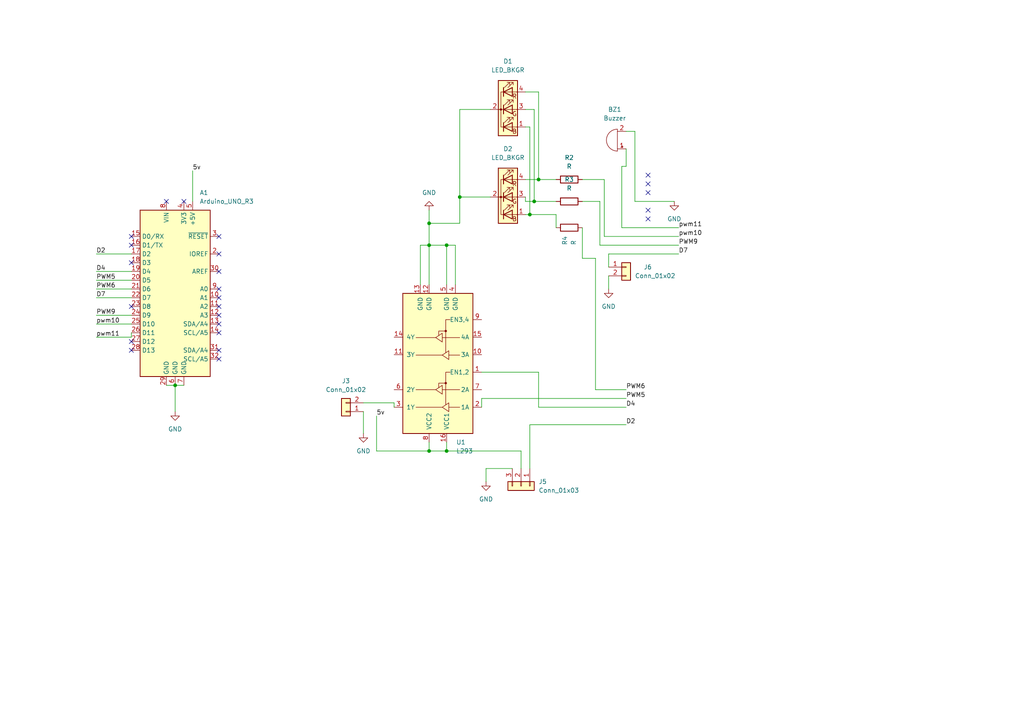
<source format=kicad_sch>
(kicad_sch (version 20211123) (generator eeschema)

  (uuid 45faa4b6-6e0b-40c5-add5-d856cae8e335)

  (paper "A4")

  (lib_symbols
    (symbol "Connector_Generic:Conn_01x02" (pin_names (offset 1.016) hide) (in_bom yes) (on_board yes)
      (property "Reference" "J" (id 0) (at 0 2.54 0)
        (effects (font (size 1.27 1.27)))
      )
      (property "Value" "Conn_01x02" (id 1) (at 0 -5.08 0)
        (effects (font (size 1.27 1.27)))
      )
      (property "Footprint" "" (id 2) (at 0 0 0)
        (effects (font (size 1.27 1.27)) hide)
      )
      (property "Datasheet" "~" (id 3) (at 0 0 0)
        (effects (font (size 1.27 1.27)) hide)
      )
      (property "ki_keywords" "connector" (id 4) (at 0 0 0)
        (effects (font (size 1.27 1.27)) hide)
      )
      (property "ki_description" "Generic connector, single row, 01x02, script generated (kicad-library-utils/schlib/autogen/connector/)" (id 5) (at 0 0 0)
        (effects (font (size 1.27 1.27)) hide)
      )
      (property "ki_fp_filters" "Connector*:*_1x??_*" (id 6) (at 0 0 0)
        (effects (font (size 1.27 1.27)) hide)
      )
      (symbol "Conn_01x02_1_1"
        (rectangle (start -1.27 -2.413) (end 0 -2.667)
          (stroke (width 0.1524) (type default) (color 0 0 0 0))
          (fill (type none))
        )
        (rectangle (start -1.27 0.127) (end 0 -0.127)
          (stroke (width 0.1524) (type default) (color 0 0 0 0))
          (fill (type none))
        )
        (rectangle (start -1.27 1.27) (end 1.27 -3.81)
          (stroke (width 0.254) (type default) (color 0 0 0 0))
          (fill (type background))
        )
        (pin passive line (at -5.08 0 0) (length 3.81)
          (name "Pin_1" (effects (font (size 1.27 1.27))))
          (number "1" (effects (font (size 1.27 1.27))))
        )
        (pin passive line (at -5.08 -2.54 0) (length 3.81)
          (name "Pin_2" (effects (font (size 1.27 1.27))))
          (number "2" (effects (font (size 1.27 1.27))))
        )
      )
    )
    (symbol "Connector_Generic:Conn_01x03" (pin_names (offset 1.016) hide) (in_bom yes) (on_board yes)
      (property "Reference" "J" (id 0) (at 0 5.08 0)
        (effects (font (size 1.27 1.27)))
      )
      (property "Value" "Conn_01x03" (id 1) (at 0 -5.08 0)
        (effects (font (size 1.27 1.27)))
      )
      (property "Footprint" "" (id 2) (at 0 0 0)
        (effects (font (size 1.27 1.27)) hide)
      )
      (property "Datasheet" "~" (id 3) (at 0 0 0)
        (effects (font (size 1.27 1.27)) hide)
      )
      (property "ki_keywords" "connector" (id 4) (at 0 0 0)
        (effects (font (size 1.27 1.27)) hide)
      )
      (property "ki_description" "Generic connector, single row, 01x03, script generated (kicad-library-utils/schlib/autogen/connector/)" (id 5) (at 0 0 0)
        (effects (font (size 1.27 1.27)) hide)
      )
      (property "ki_fp_filters" "Connector*:*_1x??_*" (id 6) (at 0 0 0)
        (effects (font (size 1.27 1.27)) hide)
      )
      (symbol "Conn_01x03_1_1"
        (rectangle (start -1.27 -2.413) (end 0 -2.667)
          (stroke (width 0.1524) (type default) (color 0 0 0 0))
          (fill (type none))
        )
        (rectangle (start -1.27 0.127) (end 0 -0.127)
          (stroke (width 0.1524) (type default) (color 0 0 0 0))
          (fill (type none))
        )
        (rectangle (start -1.27 2.667) (end 0 2.413)
          (stroke (width 0.1524) (type default) (color 0 0 0 0))
          (fill (type none))
        )
        (rectangle (start -1.27 3.81) (end 1.27 -3.81)
          (stroke (width 0.254) (type default) (color 0 0 0 0))
          (fill (type background))
        )
        (pin passive line (at -5.08 2.54 0) (length 3.81)
          (name "Pin_1" (effects (font (size 1.27 1.27))))
          (number "1" (effects (font (size 1.27 1.27))))
        )
        (pin passive line (at -5.08 0 0) (length 3.81)
          (name "Pin_2" (effects (font (size 1.27 1.27))))
          (number "2" (effects (font (size 1.27 1.27))))
        )
        (pin passive line (at -5.08 -2.54 0) (length 3.81)
          (name "Pin_3" (effects (font (size 1.27 1.27))))
          (number "3" (effects (font (size 1.27 1.27))))
        )
      )
    )
    (symbol "Device:Buzzer" (pin_names (offset 0.0254) hide) (in_bom yes) (on_board yes)
      (property "Reference" "BZ" (id 0) (at 3.81 1.27 0)
        (effects (font (size 1.27 1.27)) (justify left))
      )
      (property "Value" "Buzzer" (id 1) (at 3.81 -1.27 0)
        (effects (font (size 1.27 1.27)) (justify left))
      )
      (property "Footprint" "" (id 2) (at -0.635 2.54 90)
        (effects (font (size 1.27 1.27)) hide)
      )
      (property "Datasheet" "~" (id 3) (at -0.635 2.54 90)
        (effects (font (size 1.27 1.27)) hide)
      )
      (property "ki_keywords" "quartz resonator ceramic" (id 4) (at 0 0 0)
        (effects (font (size 1.27 1.27)) hide)
      )
      (property "ki_description" "Buzzer, polarized" (id 5) (at 0 0 0)
        (effects (font (size 1.27 1.27)) hide)
      )
      (property "ki_fp_filters" "*Buzzer*" (id 6) (at 0 0 0)
        (effects (font (size 1.27 1.27)) hide)
      )
      (symbol "Buzzer_0_1"
        (arc (start 0 -3.175) (mid 3.175 0) (end 0 3.175)
          (stroke (width 0) (type default) (color 0 0 0 0))
          (fill (type none))
        )
        (polyline
          (pts
            (xy -1.651 1.905)
            (xy -1.143 1.905)
          )
          (stroke (width 0) (type default) (color 0 0 0 0))
          (fill (type none))
        )
        (polyline
          (pts
            (xy -1.397 2.159)
            (xy -1.397 1.651)
          )
          (stroke (width 0) (type default) (color 0 0 0 0))
          (fill (type none))
        )
        (polyline
          (pts
            (xy 0 3.175)
            (xy 0 -3.175)
          )
          (stroke (width 0) (type default) (color 0 0 0 0))
          (fill (type none))
        )
      )
      (symbol "Buzzer_1_1"
        (pin passive line (at -2.54 2.54 0) (length 2.54)
          (name "-" (effects (font (size 1.27 1.27))))
          (number "1" (effects (font (size 1.27 1.27))))
        )
        (pin passive line (at -2.54 -2.54 0) (length 2.54)
          (name "+" (effects (font (size 1.27 1.27))))
          (number "2" (effects (font (size 1.27 1.27))))
        )
      )
    )
    (symbol "Device:LED_BKGR" (pin_names (offset 0) hide) (in_bom yes) (on_board yes)
      (property "Reference" "D" (id 0) (at 0 9.398 0)
        (effects (font (size 1.27 1.27)))
      )
      (property "Value" "LED_BKGR" (id 1) (at 0 -8.89 0)
        (effects (font (size 1.27 1.27)))
      )
      (property "Footprint" "" (id 2) (at 0 -1.27 0)
        (effects (font (size 1.27 1.27)) hide)
      )
      (property "Datasheet" "~" (id 3) (at 0 -1.27 0)
        (effects (font (size 1.27 1.27)) hide)
      )
      (property "ki_keywords" "LED RGB diode" (id 4) (at 0 0 0)
        (effects (font (size 1.27 1.27)) hide)
      )
      (property "ki_description" "RGB LED, blue/cathode/green/red" (id 5) (at 0 0 0)
        (effects (font (size 1.27 1.27)) hide)
      )
      (property "ki_fp_filters" "LED* LED_SMD:* LED_THT:*" (id 6) (at 0 0 0)
        (effects (font (size 1.27 1.27)) hide)
      )
      (symbol "LED_BKGR_0_0"
        (text "B" (at 1.905 -6.35 0)
          (effects (font (size 1.27 1.27)))
        )
        (text "G" (at 1.905 -1.27 0)
          (effects (font (size 1.27 1.27)))
        )
        (text "R" (at 1.905 3.81 0)
          (effects (font (size 1.27 1.27)))
        )
      )
      (symbol "LED_BKGR_0_1"
        (circle (center -2.032 0) (radius 0.254)
          (stroke (width 0) (type default) (color 0 0 0 0))
          (fill (type outline))
        )
        (polyline
          (pts
            (xy -1.27 -5.08)
            (xy 1.27 -5.08)
          )
          (stroke (width 0) (type default) (color 0 0 0 0))
          (fill (type none))
        )
        (polyline
          (pts
            (xy -1.27 -3.81)
            (xy -1.27 -6.35)
          )
          (stroke (width 0.254) (type default) (color 0 0 0 0))
          (fill (type none))
        )
        (polyline
          (pts
            (xy -1.27 0)
            (xy -2.54 0)
          )
          (stroke (width 0) (type default) (color 0 0 0 0))
          (fill (type none))
        )
        (polyline
          (pts
            (xy -1.27 1.27)
            (xy -1.27 -1.27)
          )
          (stroke (width 0.254) (type default) (color 0 0 0 0))
          (fill (type none))
        )
        (polyline
          (pts
            (xy -1.27 5.08)
            (xy 1.27 5.08)
          )
          (stroke (width 0) (type default) (color 0 0 0 0))
          (fill (type none))
        )
        (polyline
          (pts
            (xy -1.27 6.35)
            (xy -1.27 3.81)
          )
          (stroke (width 0.254) (type default) (color 0 0 0 0))
          (fill (type none))
        )
        (polyline
          (pts
            (xy 1.27 -5.08)
            (xy 2.54 -5.08)
          )
          (stroke (width 0) (type default) (color 0 0 0 0))
          (fill (type none))
        )
        (polyline
          (pts
            (xy 1.27 0)
            (xy -1.27 0)
          )
          (stroke (width 0) (type default) (color 0 0 0 0))
          (fill (type none))
        )
        (polyline
          (pts
            (xy 1.27 0)
            (xy 2.54 0)
          )
          (stroke (width 0) (type default) (color 0 0 0 0))
          (fill (type none))
        )
        (polyline
          (pts
            (xy 1.27 5.08)
            (xy 2.54 5.08)
          )
          (stroke (width 0) (type default) (color 0 0 0 0))
          (fill (type none))
        )
        (polyline
          (pts
            (xy -1.27 1.27)
            (xy -1.27 -1.27)
            (xy -1.27 -1.27)
          )
          (stroke (width 0) (type default) (color 0 0 0 0))
          (fill (type none))
        )
        (polyline
          (pts
            (xy -1.27 6.35)
            (xy -1.27 3.81)
            (xy -1.27 3.81)
          )
          (stroke (width 0) (type default) (color 0 0 0 0))
          (fill (type none))
        )
        (polyline
          (pts
            (xy -1.27 5.08)
            (xy -2.032 5.08)
            (xy -2.032 -5.08)
            (xy -1.016 -5.08)
          )
          (stroke (width 0) (type default) (color 0 0 0 0))
          (fill (type none))
        )
        (polyline
          (pts
            (xy 1.27 -3.81)
            (xy 1.27 -6.35)
            (xy -1.27 -5.08)
            (xy 1.27 -3.81)
          )
          (stroke (width 0.254) (type default) (color 0 0 0 0))
          (fill (type none))
        )
        (polyline
          (pts
            (xy 1.27 1.27)
            (xy 1.27 -1.27)
            (xy -1.27 0)
            (xy 1.27 1.27)
          )
          (stroke (width 0.254) (type default) (color 0 0 0 0))
          (fill (type none))
        )
        (polyline
          (pts
            (xy 1.27 6.35)
            (xy 1.27 3.81)
            (xy -1.27 5.08)
            (xy 1.27 6.35)
          )
          (stroke (width 0.254) (type default) (color 0 0 0 0))
          (fill (type none))
        )
        (polyline
          (pts
            (xy -1.016 -3.81)
            (xy 0.508 -2.286)
            (xy -0.254 -2.286)
            (xy 0.508 -2.286)
            (xy 0.508 -3.048)
          )
          (stroke (width 0) (type default) (color 0 0 0 0))
          (fill (type none))
        )
        (polyline
          (pts
            (xy -1.016 1.27)
            (xy 0.508 2.794)
            (xy -0.254 2.794)
            (xy 0.508 2.794)
            (xy 0.508 2.032)
          )
          (stroke (width 0) (type default) (color 0 0 0 0))
          (fill (type none))
        )
        (polyline
          (pts
            (xy -1.016 6.35)
            (xy 0.508 7.874)
            (xy -0.254 7.874)
            (xy 0.508 7.874)
            (xy 0.508 7.112)
          )
          (stroke (width 0) (type default) (color 0 0 0 0))
          (fill (type none))
        )
        (polyline
          (pts
            (xy 0 -3.81)
            (xy 1.524 -2.286)
            (xy 0.762 -2.286)
            (xy 1.524 -2.286)
            (xy 1.524 -3.048)
          )
          (stroke (width 0) (type default) (color 0 0 0 0))
          (fill (type none))
        )
        (polyline
          (pts
            (xy 0 1.27)
            (xy 1.524 2.794)
            (xy 0.762 2.794)
            (xy 1.524 2.794)
            (xy 1.524 2.032)
          )
          (stroke (width 0) (type default) (color 0 0 0 0))
          (fill (type none))
        )
        (polyline
          (pts
            (xy 0 6.35)
            (xy 1.524 7.874)
            (xy 0.762 7.874)
            (xy 1.524 7.874)
            (xy 1.524 7.112)
          )
          (stroke (width 0) (type default) (color 0 0 0 0))
          (fill (type none))
        )
        (rectangle (start 1.27 -1.27) (end 1.27 1.27)
          (stroke (width 0) (type default) (color 0 0 0 0))
          (fill (type none))
        )
        (rectangle (start 1.27 1.27) (end 1.27 1.27)
          (stroke (width 0) (type default) (color 0 0 0 0))
          (fill (type none))
        )
        (rectangle (start 1.27 3.81) (end 1.27 6.35)
          (stroke (width 0) (type default) (color 0 0 0 0))
          (fill (type none))
        )
        (rectangle (start 1.27 6.35) (end 1.27 6.35)
          (stroke (width 0) (type default) (color 0 0 0 0))
          (fill (type none))
        )
        (rectangle (start 2.794 8.382) (end -2.794 -7.62)
          (stroke (width 0.254) (type default) (color 0 0 0 0))
          (fill (type background))
        )
      )
      (symbol "LED_BKGR_1_1"
        (pin passive line (at 5.08 -5.08 180) (length 2.54)
          (name "BA" (effects (font (size 1.27 1.27))))
          (number "1" (effects (font (size 1.27 1.27))))
        )
        (pin passive line (at -5.08 0 0) (length 2.54)
          (name "K" (effects (font (size 1.27 1.27))))
          (number "2" (effects (font (size 1.27 1.27))))
        )
        (pin passive line (at 5.08 0 180) (length 2.54)
          (name "GA" (effects (font (size 1.27 1.27))))
          (number "3" (effects (font (size 1.27 1.27))))
        )
        (pin passive line (at 5.08 5.08 180) (length 2.54)
          (name "RA" (effects (font (size 1.27 1.27))))
          (number "4" (effects (font (size 1.27 1.27))))
        )
      )
    )
    (symbol "Device:R" (pin_numbers hide) (pin_names (offset 0)) (in_bom yes) (on_board yes)
      (property "Reference" "R" (id 0) (at 2.032 0 90)
        (effects (font (size 1.27 1.27)))
      )
      (property "Value" "R" (id 1) (at 0 0 90)
        (effects (font (size 1.27 1.27)))
      )
      (property "Footprint" "" (id 2) (at -1.778 0 90)
        (effects (font (size 1.27 1.27)) hide)
      )
      (property "Datasheet" "~" (id 3) (at 0 0 0)
        (effects (font (size 1.27 1.27)) hide)
      )
      (property "ki_keywords" "R res resistor" (id 4) (at 0 0 0)
        (effects (font (size 1.27 1.27)) hide)
      )
      (property "ki_description" "Resistor" (id 5) (at 0 0 0)
        (effects (font (size 1.27 1.27)) hide)
      )
      (property "ki_fp_filters" "R_*" (id 6) (at 0 0 0)
        (effects (font (size 1.27 1.27)) hide)
      )
      (symbol "R_0_1"
        (rectangle (start -1.016 -2.54) (end 1.016 2.54)
          (stroke (width 0.254) (type default) (color 0 0 0 0))
          (fill (type none))
        )
      )
      (symbol "R_1_1"
        (pin passive line (at 0 3.81 270) (length 1.27)
          (name "~" (effects (font (size 1.27 1.27))))
          (number "1" (effects (font (size 1.27 1.27))))
        )
        (pin passive line (at 0 -3.81 90) (length 1.27)
          (name "~" (effects (font (size 1.27 1.27))))
          (number "2" (effects (font (size 1.27 1.27))))
        )
      )
    )
    (symbol "Driver_Motor:L293" (pin_names (offset 1.016)) (in_bom yes) (on_board yes)
      (property "Reference" "U" (id 0) (at -5.08 26.035 0)
        (effects (font (size 1.27 1.27)) (justify right))
      )
      (property "Value" "L293" (id 1) (at -5.08 24.13 0)
        (effects (font (size 1.27 1.27)) (justify right))
      )
      (property "Footprint" "Package_DIP:DIP-16_W7.62mm" (id 2) (at 6.35 -19.05 0)
        (effects (font (size 1.27 1.27)) (justify left) hide)
      )
      (property "Datasheet" "http://www.ti.com/lit/ds/symlink/l293.pdf" (id 3) (at -7.62 17.78 0)
        (effects (font (size 1.27 1.27)) hide)
      )
      (property "ki_keywords" "Half-H Driver Motor" (id 4) (at 0 0 0)
        (effects (font (size 1.27 1.27)) hide)
      )
      (property "ki_description" "Quadruple Half-H Drivers" (id 5) (at 0 0 0)
        (effects (font (size 1.27 1.27)) hide)
      )
      (property "ki_fp_filters" "DIP*W7.62mm*" (id 6) (at 0 0 0)
        (effects (font (size 1.27 1.27)) hide)
      )
      (symbol "L293_0_1"
        (rectangle (start -10.16 22.86) (end 10.16 -17.78)
          (stroke (width 0.254) (type default) (color 0 0 0 0))
          (fill (type background))
        )
        (circle (center -2.286 -6.858) (radius 0.254)
          (stroke (width 0) (type default) (color 0 0 0 0))
          (fill (type outline))
        )
        (circle (center -2.286 8.255) (radius 0.254)
          (stroke (width 0) (type default) (color 0 0 0 0))
          (fill (type outline))
        )
        (polyline
          (pts
            (xy -6.35 -4.953)
            (xy -1.27 -4.953)
          )
          (stroke (width 0) (type default) (color 0 0 0 0))
          (fill (type none))
        )
        (polyline
          (pts
            (xy -6.35 0.127)
            (xy -3.175 0.127)
          )
          (stroke (width 0) (type default) (color 0 0 0 0))
          (fill (type none))
        )
        (polyline
          (pts
            (xy -6.35 10.16)
            (xy -1.27 10.16)
          )
          (stroke (width 0) (type default) (color 0 0 0 0))
          (fill (type none))
        )
        (polyline
          (pts
            (xy -6.35 15.24)
            (xy -3.175 15.24)
          )
          (stroke (width 0) (type default) (color 0 0 0 0))
          (fill (type none))
        )
        (polyline
          (pts
            (xy -1.27 0.127)
            (xy 6.35 0.127)
          )
          (stroke (width 0) (type default) (color 0 0 0 0))
          (fill (type none))
        )
        (polyline
          (pts
            (xy -1.27 15.24)
            (xy 6.35 15.24)
          )
          (stroke (width 0) (type default) (color 0 0 0 0))
          (fill (type none))
        )
        (polyline
          (pts
            (xy 0.635 -4.953)
            (xy 6.35 -4.953)
          )
          (stroke (width 0) (type default) (color 0 0 0 0))
          (fill (type none))
        )
        (polyline
          (pts
            (xy 0.635 10.16)
            (xy 6.35 10.16)
          )
          (stroke (width 0) (type default) (color 0 0 0 0))
          (fill (type none))
        )
        (polyline
          (pts
            (xy -2.286 -6.858)
            (xy -0.254 -6.858)
            (xy -0.254 -5.588)
          )
          (stroke (width 0) (type default) (color 0 0 0 0))
          (fill (type none))
        )
        (polyline
          (pts
            (xy -2.286 -0.635)
            (xy -2.286 -10.16)
            (xy -3.556 -10.16)
          )
          (stroke (width 0) (type default) (color 0 0 0 0))
          (fill (type none))
        )
        (polyline
          (pts
            (xy -2.286 8.255)
            (xy -0.254 8.255)
            (xy -0.254 9.525)
          )
          (stroke (width 0) (type default) (color 0 0 0 0))
          (fill (type none))
        )
        (polyline
          (pts
            (xy -2.286 14.478)
            (xy -2.286 5.08)
            (xy -3.556 5.08)
          )
          (stroke (width 0) (type default) (color 0 0 0 0))
          (fill (type none))
        )
        (polyline
          (pts
            (xy -3.175 1.397)
            (xy -3.175 -1.143)
            (xy -1.27 0.127)
            (xy -3.175 1.397)
          )
          (stroke (width 0) (type default) (color 0 0 0 0))
          (fill (type none))
        )
        (polyline
          (pts
            (xy -3.175 16.51)
            (xy -3.175 13.97)
            (xy -1.27 15.24)
            (xy -3.175 16.51)
          )
          (stroke (width 0) (type default) (color 0 0 0 0))
          (fill (type none))
        )
        (polyline
          (pts
            (xy -1.27 -3.683)
            (xy -1.27 -6.223)
            (xy 0.635 -4.953)
            (xy -1.27 -3.683)
          )
          (stroke (width 0) (type default) (color 0 0 0 0))
          (fill (type none))
        )
        (polyline
          (pts
            (xy -1.27 11.43)
            (xy -1.27 8.89)
            (xy 0.635 10.16)
            (xy -1.27 11.43)
          )
          (stroke (width 0) (type default) (color 0 0 0 0))
          (fill (type none))
        )
      )
      (symbol "L293_1_1"
        (pin input line (at -12.7 5.08 0) (length 2.54)
          (name "EN1,2" (effects (font (size 1.27 1.27))))
          (number "1" (effects (font (size 1.27 1.27))))
        )
        (pin input line (at -12.7 0 0) (length 2.54)
          (name "3A" (effects (font (size 1.27 1.27))))
          (number "10" (effects (font (size 1.27 1.27))))
        )
        (pin output line (at 12.7 0 180) (length 2.54)
          (name "3Y" (effects (font (size 1.27 1.27))))
          (number "11" (effects (font (size 1.27 1.27))))
        )
        (pin power_in line (at 2.54 -20.32 90) (length 2.54)
          (name "GND" (effects (font (size 1.27 1.27))))
          (number "12" (effects (font (size 1.27 1.27))))
        )
        (pin power_in line (at 5.08 -20.32 90) (length 2.54)
          (name "GND" (effects (font (size 1.27 1.27))))
          (number "13" (effects (font (size 1.27 1.27))))
        )
        (pin output line (at 12.7 -5.08 180) (length 2.54)
          (name "4Y" (effects (font (size 1.27 1.27))))
          (number "14" (effects (font (size 1.27 1.27))))
        )
        (pin input line (at -12.7 -5.08 0) (length 2.54)
          (name "4A" (effects (font (size 1.27 1.27))))
          (number "15" (effects (font (size 1.27 1.27))))
        )
        (pin power_in line (at -2.54 25.4 270) (length 2.54)
          (name "VCC1" (effects (font (size 1.27 1.27))))
          (number "16" (effects (font (size 1.27 1.27))))
        )
        (pin input line (at -12.7 15.24 0) (length 2.54)
          (name "1A" (effects (font (size 1.27 1.27))))
          (number "2" (effects (font (size 1.27 1.27))))
        )
        (pin output line (at 12.7 15.24 180) (length 2.54)
          (name "1Y" (effects (font (size 1.27 1.27))))
          (number "3" (effects (font (size 1.27 1.27))))
        )
        (pin power_in line (at -5.08 -20.32 90) (length 2.54)
          (name "GND" (effects (font (size 1.27 1.27))))
          (number "4" (effects (font (size 1.27 1.27))))
        )
        (pin power_in line (at -2.54 -20.32 90) (length 2.54)
          (name "GND" (effects (font (size 1.27 1.27))))
          (number "5" (effects (font (size 1.27 1.27))))
        )
        (pin output line (at 12.7 10.16 180) (length 2.54)
          (name "2Y" (effects (font (size 1.27 1.27))))
          (number "6" (effects (font (size 1.27 1.27))))
        )
        (pin input line (at -12.7 10.16 0) (length 2.54)
          (name "2A" (effects (font (size 1.27 1.27))))
          (number "7" (effects (font (size 1.27 1.27))))
        )
        (pin power_in line (at 2.54 25.4 270) (length 2.54)
          (name "VCC2" (effects (font (size 1.27 1.27))))
          (number "8" (effects (font (size 1.27 1.27))))
        )
        (pin input line (at -12.7 -10.16 0) (length 2.54)
          (name "EN3,4" (effects (font (size 1.27 1.27))))
          (number "9" (effects (font (size 1.27 1.27))))
        )
      )
    )
    (symbol "MCU_Module:Arduino_UNO_R3" (in_bom yes) (on_board yes)
      (property "Reference" "A" (id 0) (at -10.16 23.495 0)
        (effects (font (size 1.27 1.27)) (justify left bottom))
      )
      (property "Value" "Arduino_UNO_R3" (id 1) (at 5.08 -26.67 0)
        (effects (font (size 1.27 1.27)) (justify left top))
      )
      (property "Footprint" "Module:Arduino_UNO_R3" (id 2) (at 0 0 0)
        (effects (font (size 1.27 1.27) italic) hide)
      )
      (property "Datasheet" "https://www.arduino.cc/en/Main/arduinoBoardUno" (id 3) (at 0 0 0)
        (effects (font (size 1.27 1.27)) hide)
      )
      (property "ki_keywords" "Arduino UNO R3 Microcontroller Module Atmel AVR USB" (id 4) (at 0 0 0)
        (effects (font (size 1.27 1.27)) hide)
      )
      (property "ki_description" "Arduino UNO Microcontroller Module, release 3" (id 5) (at 0 0 0)
        (effects (font (size 1.27 1.27)) hide)
      )
      (property "ki_fp_filters" "Arduino*UNO*R3*" (id 6) (at 0 0 0)
        (effects (font (size 1.27 1.27)) hide)
      )
      (symbol "Arduino_UNO_R3_0_1"
        (rectangle (start -10.16 22.86) (end 10.16 -25.4)
          (stroke (width 0.254) (type default) (color 0 0 0 0))
          (fill (type background))
        )
      )
      (symbol "Arduino_UNO_R3_1_1"
        (pin no_connect line (at -10.16 -20.32 0) (length 2.54) hide
          (name "NC" (effects (font (size 1.27 1.27))))
          (number "1" (effects (font (size 1.27 1.27))))
        )
        (pin bidirectional line (at 12.7 -2.54 180) (length 2.54)
          (name "A1" (effects (font (size 1.27 1.27))))
          (number "10" (effects (font (size 1.27 1.27))))
        )
        (pin bidirectional line (at 12.7 -5.08 180) (length 2.54)
          (name "A2" (effects (font (size 1.27 1.27))))
          (number "11" (effects (font (size 1.27 1.27))))
        )
        (pin bidirectional line (at 12.7 -7.62 180) (length 2.54)
          (name "A3" (effects (font (size 1.27 1.27))))
          (number "12" (effects (font (size 1.27 1.27))))
        )
        (pin bidirectional line (at 12.7 -10.16 180) (length 2.54)
          (name "SDA/A4" (effects (font (size 1.27 1.27))))
          (number "13" (effects (font (size 1.27 1.27))))
        )
        (pin bidirectional line (at 12.7 -12.7 180) (length 2.54)
          (name "SCL/A5" (effects (font (size 1.27 1.27))))
          (number "14" (effects (font (size 1.27 1.27))))
        )
        (pin bidirectional line (at -12.7 15.24 0) (length 2.54)
          (name "D0/RX" (effects (font (size 1.27 1.27))))
          (number "15" (effects (font (size 1.27 1.27))))
        )
        (pin bidirectional line (at -12.7 12.7 0) (length 2.54)
          (name "D1/TX" (effects (font (size 1.27 1.27))))
          (number "16" (effects (font (size 1.27 1.27))))
        )
        (pin bidirectional line (at -12.7 10.16 0) (length 2.54)
          (name "D2" (effects (font (size 1.27 1.27))))
          (number "17" (effects (font (size 1.27 1.27))))
        )
        (pin bidirectional line (at -12.7 7.62 0) (length 2.54)
          (name "D3" (effects (font (size 1.27 1.27))))
          (number "18" (effects (font (size 1.27 1.27))))
        )
        (pin bidirectional line (at -12.7 5.08 0) (length 2.54)
          (name "D4" (effects (font (size 1.27 1.27))))
          (number "19" (effects (font (size 1.27 1.27))))
        )
        (pin output line (at 12.7 10.16 180) (length 2.54)
          (name "IOREF" (effects (font (size 1.27 1.27))))
          (number "2" (effects (font (size 1.27 1.27))))
        )
        (pin bidirectional line (at -12.7 2.54 0) (length 2.54)
          (name "D5" (effects (font (size 1.27 1.27))))
          (number "20" (effects (font (size 1.27 1.27))))
        )
        (pin bidirectional line (at -12.7 0 0) (length 2.54)
          (name "D6" (effects (font (size 1.27 1.27))))
          (number "21" (effects (font (size 1.27 1.27))))
        )
        (pin bidirectional line (at -12.7 -2.54 0) (length 2.54)
          (name "D7" (effects (font (size 1.27 1.27))))
          (number "22" (effects (font (size 1.27 1.27))))
        )
        (pin bidirectional line (at -12.7 -5.08 0) (length 2.54)
          (name "D8" (effects (font (size 1.27 1.27))))
          (number "23" (effects (font (size 1.27 1.27))))
        )
        (pin bidirectional line (at -12.7 -7.62 0) (length 2.54)
          (name "D9" (effects (font (size 1.27 1.27))))
          (number "24" (effects (font (size 1.27 1.27))))
        )
        (pin bidirectional line (at -12.7 -10.16 0) (length 2.54)
          (name "D10" (effects (font (size 1.27 1.27))))
          (number "25" (effects (font (size 1.27 1.27))))
        )
        (pin bidirectional line (at -12.7 -12.7 0) (length 2.54)
          (name "D11" (effects (font (size 1.27 1.27))))
          (number "26" (effects (font (size 1.27 1.27))))
        )
        (pin bidirectional line (at -12.7 -15.24 0) (length 2.54)
          (name "D12" (effects (font (size 1.27 1.27))))
          (number "27" (effects (font (size 1.27 1.27))))
        )
        (pin bidirectional line (at -12.7 -17.78 0) (length 2.54)
          (name "D13" (effects (font (size 1.27 1.27))))
          (number "28" (effects (font (size 1.27 1.27))))
        )
        (pin power_in line (at -2.54 -27.94 90) (length 2.54)
          (name "GND" (effects (font (size 1.27 1.27))))
          (number "29" (effects (font (size 1.27 1.27))))
        )
        (pin input line (at 12.7 15.24 180) (length 2.54)
          (name "~{RESET}" (effects (font (size 1.27 1.27))))
          (number "3" (effects (font (size 1.27 1.27))))
        )
        (pin input line (at 12.7 5.08 180) (length 2.54)
          (name "AREF" (effects (font (size 1.27 1.27))))
          (number "30" (effects (font (size 1.27 1.27))))
        )
        (pin bidirectional line (at 12.7 -17.78 180) (length 2.54)
          (name "SDA/A4" (effects (font (size 1.27 1.27))))
          (number "31" (effects (font (size 1.27 1.27))))
        )
        (pin bidirectional line (at 12.7 -20.32 180) (length 2.54)
          (name "SCL/A5" (effects (font (size 1.27 1.27))))
          (number "32" (effects (font (size 1.27 1.27))))
        )
        (pin power_out line (at 2.54 25.4 270) (length 2.54)
          (name "3V3" (effects (font (size 1.27 1.27))))
          (number "4" (effects (font (size 1.27 1.27))))
        )
        (pin power_out line (at 5.08 25.4 270) (length 2.54)
          (name "+5V" (effects (font (size 1.27 1.27))))
          (number "5" (effects (font (size 1.27 1.27))))
        )
        (pin power_in line (at 0 -27.94 90) (length 2.54)
          (name "GND" (effects (font (size 1.27 1.27))))
          (number "6" (effects (font (size 1.27 1.27))))
        )
        (pin power_in line (at 2.54 -27.94 90) (length 2.54)
          (name "GND" (effects (font (size 1.27 1.27))))
          (number "7" (effects (font (size 1.27 1.27))))
        )
        (pin power_in line (at -2.54 25.4 270) (length 2.54)
          (name "VIN" (effects (font (size 1.27 1.27))))
          (number "8" (effects (font (size 1.27 1.27))))
        )
        (pin bidirectional line (at 12.7 0 180) (length 2.54)
          (name "A0" (effects (font (size 1.27 1.27))))
          (number "9" (effects (font (size 1.27 1.27))))
        )
      )
    )
    (symbol "power:GND" (power) (pin_names (offset 0)) (in_bom yes) (on_board yes)
      (property "Reference" "#PWR" (id 0) (at 0 -6.35 0)
        (effects (font (size 1.27 1.27)) hide)
      )
      (property "Value" "GND" (id 1) (at 0 -3.81 0)
        (effects (font (size 1.27 1.27)))
      )
      (property "Footprint" "" (id 2) (at 0 0 0)
        (effects (font (size 1.27 1.27)) hide)
      )
      (property "Datasheet" "" (id 3) (at 0 0 0)
        (effects (font (size 1.27 1.27)) hide)
      )
      (property "ki_keywords" "power-flag" (id 4) (at 0 0 0)
        (effects (font (size 1.27 1.27)) hide)
      )
      (property "ki_description" "Power symbol creates a global label with name \"GND\" , ground" (id 5) (at 0 0 0)
        (effects (font (size 1.27 1.27)) hide)
      )
      (symbol "GND_0_1"
        (polyline
          (pts
            (xy 0 0)
            (xy 0 -1.27)
            (xy 1.27 -1.27)
            (xy 0 -2.54)
            (xy -1.27 -1.27)
            (xy 0 -1.27)
          )
          (stroke (width 0) (type default) (color 0 0 0 0))
          (fill (type none))
        )
      )
      (symbol "GND_1_1"
        (pin power_in line (at 0 0 270) (length 0) hide
          (name "GND" (effects (font (size 1.27 1.27))))
          (number "1" (effects (font (size 1.27 1.27))))
        )
      )
    )
  )

  (junction (at 129.54 130.81) (diameter 0) (color 0 0 0 0)
    (uuid 0f36165e-dec1-4aa7-b24a-098c24b5ec28)
  )
  (junction (at 50.8 111.76) (diameter 0) (color 0 0 0 0)
    (uuid 2ca009a4-d295-46ab-ae11-060f1e777258)
  )
  (junction (at 124.46 64.77) (diameter 0) (color 0 0 0 0)
    (uuid 4c7fde9a-f45a-47d4-91d9-25029d9c2b9e)
  )
  (junction (at 156.21 52.07) (diameter 0) (color 0 0 0 0)
    (uuid 61e9f312-ee02-4595-8e62-0d3911238b94)
  )
  (junction (at 124.46 71.12) (diameter 0) (color 0 0 0 0)
    (uuid 82eac788-9924-4675-8714-23beba5051ad)
  )
  (junction (at 154.94 58.42) (diameter 0) (color 0 0 0 0)
    (uuid 870a1c5a-d76a-49f1-829e-e3cb0d8c9797)
  )
  (junction (at 153.67 62.23) (diameter 0) (color 0 0 0 0)
    (uuid 898ab49f-b3d5-42a4-b47b-9defcdff04b7)
  )
  (junction (at 133.35 57.15) (diameter 0) (color 0 0 0 0)
    (uuid 9212dd12-c6a0-4822-9132-e2c13edf350e)
  )
  (junction (at 124.46 130.81) (diameter 0) (color 0 0 0 0)
    (uuid bee447cf-f361-4fa9-b722-ac96378ef0d1)
  )
  (junction (at 129.54 71.12) (diameter 0) (color 0 0 0 0)
    (uuid c5870f30-279b-4568-a5f5-09daa42be393)
  )

  (no_connect (at 63.5 73.66) (uuid 025be132-6819-4c3c-a36d-f88d27aa0e0d))
  (no_connect (at 38.1 99.06) (uuid 043b45de-5dfa-49a8-8c9c-3875d80769cc))
  (no_connect (at 187.96 63.5) (uuid 15c122bc-14e3-4a06-84eb-3a999a9a61bb))
  (no_connect (at 63.5 96.52) (uuid 169eb61f-e3a9-4246-97cc-0515a9d62df9))
  (no_connect (at 38.1 76.2) (uuid 16a6c184-8910-4240-a0d2-f393f0dc3434))
  (no_connect (at 53.34 58.42) (uuid 17f41216-6e5f-47f8-8ad3-ab209c419128))
  (no_connect (at 38.1 88.9) (uuid 1c0f10ca-e69f-45d5-a651-ba368ceb60a2))
  (no_connect (at 63.5 88.9) (uuid 1e6dc6db-ecde-4ca4-b94a-3c1dedec4b0f))
  (no_connect (at 63.5 93.98) (uuid 229094b7-6dc5-43dd-8afb-06383c4b05a9))
  (no_connect (at 63.5 68.58) (uuid 2858be6b-c1be-44fd-b255-ef745a302c40))
  (no_connect (at 187.96 55.88) (uuid 2bbe9741-e805-422e-b3c0-809d02a7ff02))
  (no_connect (at 187.96 60.96) (uuid 3721e3f2-8d39-4523-8dbd-f8e879054ab4))
  (no_connect (at 63.5 104.14) (uuid 3c90c58a-0c3d-4d27-bc58-56da5cb961f7))
  (no_connect (at 63.5 83.82) (uuid 52fa6bd6-4e8f-47f3-abba-7c8aeaa16097))
  (no_connect (at 187.96 50.8) (uuid 590c781c-9572-435b-a98f-e9f30a0a5c15))
  (no_connect (at 63.5 101.6) (uuid 6d4ba3d6-dbb4-483b-9ce6-f8df4065ea89))
  (no_connect (at 63.5 91.44) (uuid 83b0d704-6afb-4820-ab46-919235687f45))
  (no_connect (at 38.1 71.12) (uuid 8f36f4b5-0b8c-4e92-8d12-1b6170d9da2d))
  (no_connect (at 38.1 68.58) (uuid 9312ef5e-70df-45e3-a20b-c99da6909159))
  (no_connect (at 187.96 53.34) (uuid 9bf4207c-5401-4bd4-ad7a-1d2081d9c01f))
  (no_connect (at 63.5 78.74) (uuid b345e789-b8fe-47e9-add5-af27cd30f7c8))
  (no_connect (at 63.5 86.36) (uuid c3fb5379-ae66-4dea-b067-51e077a45eda))
  (no_connect (at 38.1 101.6) (uuid caa48cd9-2feb-4994-8282-d0580f8f6382))
  (no_connect (at 48.26 58.42) (uuid f60b6f78-77ac-4873-b345-68e542823485))

  (wire (pts (xy 175.26 68.58) (xy 196.85 68.58))
    (stroke (width 0) (type default) (color 0 0 0 0))
    (uuid 01b4d2ca-1a2c-463d-aa3d-4fdc280f4c03)
  )
  (wire (pts (xy 114.3 116.84) (xy 114.3 118.11))
    (stroke (width 0) (type default) (color 0 0 0 0))
    (uuid 0b16ae32-9cf6-4fad-863f-1a1ef3fc1c50)
  )
  (wire (pts (xy 153.67 123.19) (xy 153.67 135.89))
    (stroke (width 0) (type default) (color 0 0 0 0))
    (uuid 119bb508-475c-4f38-938e-307b4f085c4f)
  )
  (wire (pts (xy 156.21 118.11) (xy 181.61 118.11))
    (stroke (width 0) (type default) (color 0 0 0 0))
    (uuid 12dc2032-37fe-4121-8147-14e58759d384)
  )
  (wire (pts (xy 176.53 73.66) (xy 196.85 73.66))
    (stroke (width 0) (type default) (color 0 0 0 0))
    (uuid 1a42bbed-b88f-42e6-92c5-193f1c14fe7b)
  )
  (wire (pts (xy 55.88 49.53) (xy 55.88 58.42))
    (stroke (width 0) (type default) (color 0 0 0 0))
    (uuid 1af8b8ae-6c12-448e-a5fb-33ff6bb8dfe9)
  )
  (wire (pts (xy 109.22 120.65) (xy 109.22 130.81))
    (stroke (width 0) (type default) (color 0 0 0 0))
    (uuid 1c1b4b1f-8759-4895-889f-4bf844efa5fb)
  )
  (wire (pts (xy 129.54 71.12) (xy 129.54 82.55))
    (stroke (width 0) (type default) (color 0 0 0 0))
    (uuid 1e05aa0f-06e6-4b62-998e-aff9d1145eaf)
  )
  (wire (pts (xy 27.94 81.28) (xy 38.1 81.28))
    (stroke (width 0) (type default) (color 0 0 0 0))
    (uuid 1e0c1910-934c-4b68-a8e3-6e2e7216ecda)
  )
  (wire (pts (xy 152.4 36.83) (xy 153.67 36.83))
    (stroke (width 0) (type default) (color 0 0 0 0))
    (uuid 22a743fc-176b-479d-85ba-9c2c49ac9bee)
  )
  (wire (pts (xy 152.4 58.42) (xy 154.94 58.42))
    (stroke (width 0) (type default) (color 0 0 0 0))
    (uuid 2c0581c9-7e5d-4e5f-bd06-87cd310be8d3)
  )
  (wire (pts (xy 53.34 111.76) (xy 50.8 111.76))
    (stroke (width 0) (type default) (color 0 0 0 0))
    (uuid 2cda6a22-7960-462d-b7f4-b7b36910441e)
  )
  (wire (pts (xy 168.91 74.93) (xy 168.91 66.04))
    (stroke (width 0) (type default) (color 0 0 0 0))
    (uuid 328791c5-076c-4123-a074-937d7d77da36)
  )
  (wire (pts (xy 161.29 66.04) (xy 161.29 62.23))
    (stroke (width 0) (type default) (color 0 0 0 0))
    (uuid 330e118d-d9e8-4a10-858b-c6e6e535f6ff)
  )
  (wire (pts (xy 50.8 111.76) (xy 50.8 119.38))
    (stroke (width 0) (type default) (color 0 0 0 0))
    (uuid 335e864b-ea75-4831-bad4-c4581164ca68)
  )
  (wire (pts (xy 156.21 107.95) (xy 139.7 107.95))
    (stroke (width 0) (type default) (color 0 0 0 0))
    (uuid 3405e299-27b7-4c83-9daf-797389893a8e)
  )
  (wire (pts (xy 152.4 26.67) (xy 156.21 26.67))
    (stroke (width 0) (type default) (color 0 0 0 0))
    (uuid 340db668-85e2-47e0-b828-17d3df9832eb)
  )
  (wire (pts (xy 133.35 31.75) (xy 133.35 57.15))
    (stroke (width 0) (type default) (color 0 0 0 0))
    (uuid 3963a494-61c9-4b9d-ab3e-b273f1728767)
  )
  (wire (pts (xy 27.94 83.82) (xy 38.1 83.82))
    (stroke (width 0) (type default) (color 0 0 0 0))
    (uuid 3ea32262-48c9-4880-a6da-04e4d8d726b5)
  )
  (wire (pts (xy 105.41 119.38) (xy 105.41 125.73))
    (stroke (width 0) (type default) (color 0 0 0 0))
    (uuid 42604b85-daf1-448b-af20-b162640b21c2)
  )
  (wire (pts (xy 129.54 71.12) (xy 124.46 71.12))
    (stroke (width 0) (type default) (color 0 0 0 0))
    (uuid 4e95c42d-f004-4cbd-9527-8e58e7db108b)
  )
  (wire (pts (xy 156.21 52.07) (xy 161.29 52.07))
    (stroke (width 0) (type default) (color 0 0 0 0))
    (uuid 4eeb95eb-d2ec-4b85-a318-eb04f3e6b6e9)
  )
  (wire (pts (xy 173.99 58.42) (xy 168.91 58.42))
    (stroke (width 0) (type default) (color 0 0 0 0))
    (uuid 529fb345-aafa-46d8-9ecd-062345910cfd)
  )
  (wire (pts (xy 27.94 73.66) (xy 38.1 73.66))
    (stroke (width 0) (type default) (color 0 0 0 0))
    (uuid 5d7e804e-67d0-4b7a-825e-83a3a2b61e53)
  )
  (wire (pts (xy 38.1 97.79) (xy 38.1 96.52))
    (stroke (width 0) (type default) (color 0 0 0 0))
    (uuid 5e866e63-ad54-439b-accc-1fcc11c6c97f)
  )
  (wire (pts (xy 161.29 62.23) (xy 153.67 62.23))
    (stroke (width 0) (type default) (color 0 0 0 0))
    (uuid 5f024bdd-a08e-46c2-be19-531588a2613d)
  )
  (wire (pts (xy 184.15 38.1) (xy 184.15 58.42))
    (stroke (width 0) (type default) (color 0 0 0 0))
    (uuid 5f0d1c0d-7736-450a-90ea-f99909ffa4c3)
  )
  (wire (pts (xy 132.08 82.55) (xy 132.08 71.12))
    (stroke (width 0) (type default) (color 0 0 0 0))
    (uuid 5fc20e61-5eb1-4b63-9d0f-2196b7cabfc8)
  )
  (wire (pts (xy 152.4 52.07) (xy 156.21 52.07))
    (stroke (width 0) (type default) (color 0 0 0 0))
    (uuid 605df7ec-48c5-4acc-aa01-6a4688dc3762)
  )
  (wire (pts (xy 153.67 123.19) (xy 181.61 123.19))
    (stroke (width 0) (type default) (color 0 0 0 0))
    (uuid 60837b22-b1ab-47ed-b1bf-f00acb2ba77c)
  )
  (wire (pts (xy 176.53 80.01) (xy 176.53 83.82))
    (stroke (width 0) (type default) (color 0 0 0 0))
    (uuid 66593d30-4895-47a5-9506-e2f48bbb9bd0)
  )
  (wire (pts (xy 153.67 36.83) (xy 153.67 62.23))
    (stroke (width 0) (type default) (color 0 0 0 0))
    (uuid 68f1eca4-5dda-4327-afcb-475d0890e553)
  )
  (wire (pts (xy 142.24 57.15) (xy 133.35 57.15))
    (stroke (width 0) (type default) (color 0 0 0 0))
    (uuid 6e0d7ee4-ab5a-487d-8464-80c3ea5a54af)
  )
  (wire (pts (xy 184.15 58.42) (xy 195.58 58.42))
    (stroke (width 0) (type default) (color 0 0 0 0))
    (uuid 71ce241f-4119-4cd1-a1fc-f8bdc1860e04)
  )
  (wire (pts (xy 181.61 48.26) (xy 181.61 43.18))
    (stroke (width 0) (type default) (color 0 0 0 0))
    (uuid 7378819f-3b70-4296-89b2-acc5bee1d726)
  )
  (wire (pts (xy 175.26 52.07) (xy 168.91 52.07))
    (stroke (width 0) (type default) (color 0 0 0 0))
    (uuid 740b19c5-81ec-4717-b7a5-966220a543e3)
  )
  (wire (pts (xy 154.94 31.75) (xy 154.94 58.42))
    (stroke (width 0) (type default) (color 0 0 0 0))
    (uuid 7457b138-731f-47ce-8470-a6f03450d838)
  )
  (wire (pts (xy 132.08 71.12) (xy 129.54 71.12))
    (stroke (width 0) (type default) (color 0 0 0 0))
    (uuid 76d4e078-ffdb-4c85-8638-ad769098fa26)
  )
  (wire (pts (xy 180.34 66.04) (xy 180.34 48.26))
    (stroke (width 0) (type default) (color 0 0 0 0))
    (uuid 7b731fdc-9d70-486f-87b9-f71b76fd14b2)
  )
  (wire (pts (xy 142.24 31.75) (xy 133.35 31.75))
    (stroke (width 0) (type default) (color 0 0 0 0))
    (uuid 7ec236c8-94ea-4599-b53f-c46327e9a6b4)
  )
  (wire (pts (xy 172.72 74.93) (xy 168.91 74.93))
    (stroke (width 0) (type default) (color 0 0 0 0))
    (uuid 7ff9f3c8-be73-4c7c-9211-9b9628da90e6)
  )
  (wire (pts (xy 156.21 107.95) (xy 156.21 118.11))
    (stroke (width 0) (type default) (color 0 0 0 0))
    (uuid 81d50640-6085-4e3a-ae94-40e2bd8f16e8)
  )
  (wire (pts (xy 133.35 57.15) (xy 133.35 64.77))
    (stroke (width 0) (type default) (color 0 0 0 0))
    (uuid 81ecff81-33d7-4f85-9124-9ae1199e28cf)
  )
  (wire (pts (xy 129.54 128.27) (xy 129.54 130.81))
    (stroke (width 0) (type default) (color 0 0 0 0))
    (uuid 82c48f95-2d16-4440-b046-727327e84ac2)
  )
  (wire (pts (xy 124.46 128.27) (xy 124.46 130.81))
    (stroke (width 0) (type default) (color 0 0 0 0))
    (uuid 855ac6f2-acc5-4ef4-83d2-a88b2dfdc0e3)
  )
  (wire (pts (xy 151.13 130.81) (xy 129.54 130.81))
    (stroke (width 0) (type default) (color 0 0 0 0))
    (uuid 93e618fc-fa81-4707-a0ad-b4df267fca09)
  )
  (wire (pts (xy 124.46 64.77) (xy 124.46 71.12))
    (stroke (width 0) (type default) (color 0 0 0 0))
    (uuid 97167db5-adb2-405f-aa9b-f3c06369a7ca)
  )
  (wire (pts (xy 152.4 58.42) (xy 152.4 57.15))
    (stroke (width 0) (type default) (color 0 0 0 0))
    (uuid 9ba95149-7009-43ef-954e-f31340389d8d)
  )
  (wire (pts (xy 27.94 97.79) (xy 38.1 97.79))
    (stroke (width 0) (type default) (color 0 0 0 0))
    (uuid a05ffd0b-d887-473b-8962-535361f06aaa)
  )
  (wire (pts (xy 152.4 31.75) (xy 154.94 31.75))
    (stroke (width 0) (type default) (color 0 0 0 0))
    (uuid a09f9834-dfcd-4e93-894e-9048401fc2a8)
  )
  (wire (pts (xy 176.53 73.66) (xy 176.53 77.47))
    (stroke (width 0) (type default) (color 0 0 0 0))
    (uuid a1cbc087-bea1-4c06-a872-d9c7886f266f)
  )
  (wire (pts (xy 105.41 116.84) (xy 114.3 116.84))
    (stroke (width 0) (type default) (color 0 0 0 0))
    (uuid a3a1b713-4803-4812-bdb8-bb0658112afb)
  )
  (wire (pts (xy 124.46 71.12) (xy 121.92 71.12))
    (stroke (width 0) (type default) (color 0 0 0 0))
    (uuid a5baa930-d424-49c8-863b-34a70fdc8915)
  )
  (wire (pts (xy 154.94 58.42) (xy 161.29 58.42))
    (stroke (width 0) (type default) (color 0 0 0 0))
    (uuid aa45763e-d882-4ad2-ac12-cba50d1f12e6)
  )
  (wire (pts (xy 124.46 71.12) (xy 124.46 82.55))
    (stroke (width 0) (type default) (color 0 0 0 0))
    (uuid ab919b51-5e9c-4bae-a71b-8d47f21ea002)
  )
  (wire (pts (xy 172.72 113.03) (xy 181.61 113.03))
    (stroke (width 0) (type default) (color 0 0 0 0))
    (uuid afa73bc9-b488-4821-80de-932291348896)
  )
  (wire (pts (xy 109.22 130.81) (xy 124.46 130.81))
    (stroke (width 0) (type default) (color 0 0 0 0))
    (uuid b0f0fc3b-0063-47bf-aa04-8fb51cc07285)
  )
  (wire (pts (xy 173.99 71.12) (xy 196.85 71.12))
    (stroke (width 0) (type default) (color 0 0 0 0))
    (uuid b50c1693-5784-4312-ac0b-e6dbee149fad)
  )
  (wire (pts (xy 151.13 135.89) (xy 151.13 130.81))
    (stroke (width 0) (type default) (color 0 0 0 0))
    (uuid b6751099-5915-40f4-85a2-15cd183e7ce1)
  )
  (wire (pts (xy 27.94 93.98) (xy 38.1 93.98))
    (stroke (width 0) (type default) (color 0 0 0 0))
    (uuid c842e035-a788-4378-8f12-30704f290eb4)
  )
  (wire (pts (xy 124.46 60.96) (xy 124.46 64.77))
    (stroke (width 0) (type default) (color 0 0 0 0))
    (uuid c87027f3-5907-4248-9e2b-d16e3c4b0832)
  )
  (wire (pts (xy 181.61 38.1) (xy 184.15 38.1))
    (stroke (width 0) (type default) (color 0 0 0 0))
    (uuid cc37d7c1-7952-4f4f-8c38-3bca3d200ac8)
  )
  (wire (pts (xy 153.67 62.23) (xy 152.4 62.23))
    (stroke (width 0) (type default) (color 0 0 0 0))
    (uuid ce965295-5408-4a8e-8def-07e838423f40)
  )
  (wire (pts (xy 129.54 130.81) (xy 124.46 130.81))
    (stroke (width 0) (type default) (color 0 0 0 0))
    (uuid d3d9ad36-1bdf-4a3d-9622-db5fca83b88e)
  )
  (wire (pts (xy 27.94 86.36) (xy 38.1 86.36))
    (stroke (width 0) (type default) (color 0 0 0 0))
    (uuid d6035e60-fec6-4e50-941c-aa0aa8f34ec9)
  )
  (wire (pts (xy 140.97 135.89) (xy 140.97 139.7))
    (stroke (width 0) (type default) (color 0 0 0 0))
    (uuid d672c091-2c22-4e83-bdf4-07aa6f1e743e)
  )
  (wire (pts (xy 139.7 115.57) (xy 139.7 118.11))
    (stroke (width 0) (type default) (color 0 0 0 0))
    (uuid d7329e7c-ca0c-44f9-b76e-b8a67416a9cf)
  )
  (wire (pts (xy 180.34 66.04) (xy 196.85 66.04))
    (stroke (width 0) (type default) (color 0 0 0 0))
    (uuid d754a91c-6714-45d9-9b2b-f4c7edad2226)
  )
  (wire (pts (xy 148.59 135.89) (xy 140.97 135.89))
    (stroke (width 0) (type default) (color 0 0 0 0))
    (uuid d9f79bfc-fc02-474d-a4b0-9fafc511b90e)
  )
  (wire (pts (xy 180.34 48.26) (xy 181.61 48.26))
    (stroke (width 0) (type default) (color 0 0 0 0))
    (uuid de47a9a6-3186-4a97-9b5f-69ac3cd71c14)
  )
  (wire (pts (xy 48.26 111.76) (xy 50.8 111.76))
    (stroke (width 0) (type default) (color 0 0 0 0))
    (uuid e0e00135-5b3e-4d8b-84a7-223cf662f7d1)
  )
  (wire (pts (xy 172.72 113.03) (xy 172.72 74.93))
    (stroke (width 0) (type default) (color 0 0 0 0))
    (uuid e6947623-0ac1-4c01-b2e7-4ead30964d96)
  )
  (wire (pts (xy 121.92 71.12) (xy 121.92 82.55))
    (stroke (width 0) (type default) (color 0 0 0 0))
    (uuid e70a9a05-bf97-4ef6-a1a1-0e2401097214)
  )
  (wire (pts (xy 133.35 64.77) (xy 124.46 64.77))
    (stroke (width 0) (type default) (color 0 0 0 0))
    (uuid ede4eaa8-d0f4-4981-bded-bdc103e373d5)
  )
  (wire (pts (xy 175.26 68.58) (xy 175.26 52.07))
    (stroke (width 0) (type default) (color 0 0 0 0))
    (uuid f0e7591b-31ed-4c9b-ad6a-47022760755f)
  )
  (wire (pts (xy 139.7 115.57) (xy 181.61 115.57))
    (stroke (width 0) (type default) (color 0 0 0 0))
    (uuid f0fda116-247f-4af6-b85f-468d62e22e2a)
  )
  (wire (pts (xy 27.94 91.44) (xy 38.1 91.44))
    (stroke (width 0) (type default) (color 0 0 0 0))
    (uuid fc6ccd59-905c-4a14-83ea-f56f859c0b62)
  )
  (wire (pts (xy 156.21 26.67) (xy 156.21 52.07))
    (stroke (width 0) (type default) (color 0 0 0 0))
    (uuid fed0edc5-fb8f-4754-8278-4f7cf20048cb)
  )
  (wire (pts (xy 27.94 78.74) (xy 38.1 78.74))
    (stroke (width 0) (type default) (color 0 0 0 0))
    (uuid ff1e0c07-020c-4332-b04f-787958cceb2d)
  )
  (wire (pts (xy 173.99 71.12) (xy 173.99 58.42))
    (stroke (width 0) (type default) (color 0 0 0 0))
    (uuid ffb12f28-7a6b-4e07-8d06-a77d8ab4ab28)
  )

  (label "D4" (at 181.61 118.11 0)
    (effects (font (size 1.27 1.27)) (justify left bottom))
    (uuid 243a31ba-2b97-455c-8265-152faf3d04ca)
  )
  (label "PWM9" (at 196.85 71.12 0)
    (effects (font (size 1.27 1.27)) (justify left bottom))
    (uuid 26b609ee-7564-49d7-abec-19aafb64efae)
  )
  (label "5v" (at 55.88 49.53 0)
    (effects (font (size 1.27 1.27)) (justify left bottom))
    (uuid 287b810a-ea4c-4eb6-ba57-e08375d36984)
  )
  (label "PWM6" (at 27.94 83.82 0)
    (effects (font (size 1.27 1.27)) (justify left bottom))
    (uuid 4fe9fb5f-c394-4cb3-8c4a-e20feba44284)
  )
  (label "pwm11" (at 27.94 97.79 0)
    (effects (font (size 1.27 1.27)) (justify left bottom))
    (uuid 5660591a-881c-45f5-a0ab-43952252c786)
  )
  (label "D2" (at 27.94 73.66 0)
    (effects (font (size 1.27 1.27)) (justify left bottom))
    (uuid 62d21cc2-f015-45fe-8f82-dd4af9d05034)
  )
  (label "D7" (at 27.94 86.36 0)
    (effects (font (size 1.27 1.27)) (justify left bottom))
    (uuid 80dae625-1cb7-4b62-8b6f-7e00b91d164a)
  )
  (label "pwm10" (at 27.94 93.98 0)
    (effects (font (size 1.27 1.27)) (justify left bottom))
    (uuid 8d39b98f-5628-44a2-a9c8-8a9b99df45cb)
  )
  (label "PWM5" (at 181.61 115.57 0)
    (effects (font (size 1.27 1.27)) (justify left bottom))
    (uuid 9422fa01-c1c3-410c-9c15-b407c9eab623)
  )
  (label "D7" (at 196.85 73.66 0)
    (effects (font (size 1.27 1.27)) (justify left bottom))
    (uuid 96357c5f-9f56-46a0-b399-57b1793e10e0)
  )
  (label "5v" (at 109.22 120.65 0)
    (effects (font (size 1.27 1.27)) (justify left bottom))
    (uuid bb20ffc7-d4cf-48f9-a346-790cc9b46ec5)
  )
  (label "pwm11" (at 196.85 66.04 0)
    (effects (font (size 1.27 1.27)) (justify left bottom))
    (uuid beead26c-75ec-4d67-bc97-d5898812fc27)
  )
  (label "D4" (at 27.94 78.74 0)
    (effects (font (size 1.27 1.27)) (justify left bottom))
    (uuid c586e8d0-7260-43af-8ea6-a913d98397f7)
  )
  (label "PWM5" (at 27.94 81.28 0)
    (effects (font (size 1.27 1.27)) (justify left bottom))
    (uuid c6114edd-ce7c-4738-844e-9e5494c37402)
  )
  (label "D2" (at 181.61 123.19 0)
    (effects (font (size 1.27 1.27)) (justify left bottom))
    (uuid c6aac25f-85d3-4143-a953-ed47194079b0)
  )
  (label "pwm10" (at 196.85 68.58 0)
    (effects (font (size 1.27 1.27)) (justify left bottom))
    (uuid f28b2143-44c1-40f3-8f1b-0716f9f16ca1)
  )
  (label "PWM9" (at 27.94 91.44 0)
    (effects (font (size 1.27 1.27)) (justify left bottom))
    (uuid f7bf86d7-00e0-4246-b43d-65080be4eb4b)
  )
  (label "PWM6" (at 181.61 113.03 0)
    (effects (font (size 1.27 1.27)) (justify left bottom))
    (uuid fa6fcd96-a57f-4152-bf0b-7e7ac5a47f5d)
  )

  (symbol (lib_id "power:GND") (at 124.46 60.96 180) (unit 1)
    (in_bom yes) (on_board yes) (fields_autoplaced)
    (uuid 1662f792-34f9-4a28-bc42-f6d75dc4bc8f)
    (property "Reference" "#PWR0101" (id 0) (at 124.46 54.61 0)
      (effects (font (size 1.27 1.27)) hide)
    )
    (property "Value" "GND" (id 1) (at 124.46 55.88 0))
    (property "Footprint" "" (id 2) (at 124.46 60.96 0)
      (effects (font (size 1.27 1.27)) hide)
    )
    (property "Datasheet" "" (id 3) (at 124.46 60.96 0)
      (effects (font (size 1.27 1.27)) hide)
    )
    (pin "1" (uuid a726c871-85b2-44fd-85eb-79f5a3e93ad0))
  )

  (symbol (lib_id "Device:Buzzer") (at 179.07 40.64 180) (unit 1)
    (in_bom yes) (on_board yes) (fields_autoplaced)
    (uuid 26144202-272b-4368-bb2a-290af0828502)
    (property "Reference" "BZ1" (id 0) (at 178.308 31.75 0))
    (property "Value" "Buzzer" (id 1) (at 178.308 34.29 0))
    (property "Footprint" "Buzzer_Beeper:Buzzer_12x9.5RM7.6" (id 2) (at 179.705 43.18 90)
      (effects (font (size 1.27 1.27)) hide)
    )
    (property "Datasheet" "~" (id 3) (at 179.705 43.18 90)
      (effects (font (size 1.27 1.27)) hide)
    )
    (pin "1" (uuid c7dc004d-44c5-42eb-ba63-419aae5271b8))
    (pin "2" (uuid 56cd5144-97be-4b01-9f04-2957dd7cf19d))
  )

  (symbol (lib_id "power:GND") (at 176.53 83.82 0) (unit 1)
    (in_bom yes) (on_board yes) (fields_autoplaced)
    (uuid 291e1709-5c08-4861-8b6f-40eff5339c8e)
    (property "Reference" "#PWR0104" (id 0) (at 176.53 90.17 0)
      (effects (font (size 1.27 1.27)) hide)
    )
    (property "Value" "GND" (id 1) (at 176.53 88.9 0))
    (property "Footprint" "" (id 2) (at 176.53 83.82 0)
      (effects (font (size 1.27 1.27)) hide)
    )
    (property "Datasheet" "" (id 3) (at 176.53 83.82 0)
      (effects (font (size 1.27 1.27)) hide)
    )
    (pin "1" (uuid 7f432541-8fea-48fc-a282-0b90567bd300))
  )

  (symbol (lib_id "Device:R") (at 165.1 52.07 90) (unit 1)
    (in_bom yes) (on_board yes) (fields_autoplaced)
    (uuid 3b7c8176-b478-444c-a2d0-3a08ad4845f2)
    (property "Reference" "R2" (id 0) (at 165.1 45.72 90))
    (property "Value" "R" (id 1) (at 165.1 48.26 90))
    (property "Footprint" "Resistor_THT:R_Axial_DIN0207_L6.3mm_D2.5mm_P7.62mm_Horizontal" (id 2) (at 165.1 53.848 90)
      (effects (font (size 1.27 1.27)) hide)
    )
    (property "Datasheet" "~" (id 3) (at 165.1 52.07 0)
      (effects (font (size 1.27 1.27)) hide)
    )
    (pin "1" (uuid a2ee2068-eac0-45d1-853f-aaa9b5cb8ec1))
    (pin "2" (uuid 849e4e39-2c80-497c-88cb-5d8df8a98560))
  )

  (symbol (lib_id "power:GND") (at 105.41 125.73 0) (unit 1)
    (in_bom yes) (on_board yes) (fields_autoplaced)
    (uuid 3d8799bf-5e8f-402a-bee5-46536d6ba72f)
    (property "Reference" "#PWR0102" (id 0) (at 105.41 132.08 0)
      (effects (font (size 1.27 1.27)) hide)
    )
    (property "Value" "GND" (id 1) (at 105.41 130.81 0))
    (property "Footprint" "" (id 2) (at 105.41 125.73 0)
      (effects (font (size 1.27 1.27)) hide)
    )
    (property "Datasheet" "" (id 3) (at 105.41 125.73 0)
      (effects (font (size 1.27 1.27)) hide)
    )
    (pin "1" (uuid 9780e889-da12-4e7a-bfaf-e87c71889ecf))
  )

  (symbol (lib_id "Connector_Generic:Conn_01x03") (at 151.13 140.97 270) (unit 1)
    (in_bom yes) (on_board yes) (fields_autoplaced)
    (uuid 4740de43-a326-4718-8d27-983a4537523f)
    (property "Reference" "J5" (id 0) (at 156.21 139.6999 90)
      (effects (font (size 1.27 1.27)) (justify left))
    )
    (property "Value" "Conn_01x03" (id 1) (at 156.21 142.2399 90)
      (effects (font (size 1.27 1.27)) (justify left))
    )
    (property "Footprint" "Connector_PinHeader_2.54mm:PinHeader_1x03_P2.54mm_Vertical" (id 2) (at 151.13 140.97 0)
      (effects (font (size 1.27 1.27)) hide)
    )
    (property "Datasheet" "~" (id 3) (at 151.13 140.97 0)
      (effects (font (size 1.27 1.27)) hide)
    )
    (pin "1" (uuid 6b6c23dd-91d8-4094-8f28-c5e63f0ede65))
    (pin "2" (uuid 89d5595a-1687-439e-a056-9b8f5a652bfa))
    (pin "3" (uuid 6387f9fc-fa13-436f-af9d-149ceee28b0d))
  )

  (symbol (lib_id "Device:LED_BKGR") (at 147.32 31.75 0) (unit 1)
    (in_bom yes) (on_board yes) (fields_autoplaced)
    (uuid 5ea0af5f-a7dc-4024-a898-5eb5288c1e67)
    (property "Reference" "D1" (id 0) (at 147.32 17.78 0))
    (property "Value" "LED_BKGR" (id 1) (at 147.32 20.32 0))
    (property "Footprint" "LED_THT:LED_D5.0mm-4_RGB_Wide_Pins" (id 2) (at 147.32 33.02 0)
      (effects (font (size 1.27 1.27)) hide)
    )
    (property "Datasheet" "~" (id 3) (at 147.32 33.02 0)
      (effects (font (size 1.27 1.27)) hide)
    )
    (pin "1" (uuid fcd85e1a-145c-42e1-85d3-4c6997aef7ef))
    (pin "2" (uuid db3596fb-8511-4cca-a248-a389f91ec500))
    (pin "3" (uuid 4b47e124-b532-4a6f-81d6-9fbc7f86d52b))
    (pin "4" (uuid 74e2c916-3096-4afc-8dc1-5410efcdeabd))
  )

  (symbol (lib_id "power:GND") (at 50.8 119.38 0) (unit 1)
    (in_bom yes) (on_board yes) (fields_autoplaced)
    (uuid 667352b8-a446-4c9c-8a34-026dffd9ca84)
    (property "Reference" "#PWR0103" (id 0) (at 50.8 125.73 0)
      (effects (font (size 1.27 1.27)) hide)
    )
    (property "Value" "GND" (id 1) (at 50.8 124.46 0))
    (property "Footprint" "" (id 2) (at 50.8 119.38 0)
      (effects (font (size 1.27 1.27)) hide)
    )
    (property "Datasheet" "" (id 3) (at 50.8 119.38 0)
      (effects (font (size 1.27 1.27)) hide)
    )
    (pin "1" (uuid 1378073f-700a-4786-8269-3df08e3e5e15))
  )

  (symbol (lib_id "Driver_Motor:L293") (at 127 102.87 180) (unit 1)
    (in_bom yes) (on_board yes) (fields_autoplaced)
    (uuid 77116f9d-d7e1-45d6-8bfb-d678594d7f1f)
    (property "Reference" "U1" (id 0) (at 132.3087 128.27 0)
      (effects (font (size 1.27 1.27)) (justify right))
    )
    (property "Value" "L293" (id 1) (at 132.3087 130.81 0)
      (effects (font (size 1.27 1.27)) (justify right))
    )
    (property "Footprint" "Package_DIP:DIP-16_W7.62mm" (id 2) (at 120.65 83.82 0)
      (effects (font (size 1.27 1.27)) (justify left) hide)
    )
    (property "Datasheet" "http://www.ti.com/lit/ds/symlink/l293.pdf" (id 3) (at 134.62 120.65 0)
      (effects (font (size 1.27 1.27)) hide)
    )
    (pin "1" (uuid 5dba2f51-7361-44fa-9b75-f756529549cf))
    (pin "10" (uuid 05bb038c-74cc-4d77-b13d-67fca93cd7bb))
    (pin "11" (uuid 756c11a0-243c-4589-9877-6c9723fccc30))
    (pin "12" (uuid d70711cb-d652-4f28-b0c8-5a331babce71))
    (pin "13" (uuid 5254188a-b543-400c-99d5-9f7fe454e73f))
    (pin "14" (uuid b5015be6-7159-43cf-b1da-e7efdaddae51))
    (pin "15" (uuid ca2f387e-b55f-4929-ad63-1474b182bc06))
    (pin "16" (uuid 5861d4be-a703-409c-8246-fb868324e86a))
    (pin "2" (uuid 02e9938e-b872-4722-86ca-5f8c4a338c9e))
    (pin "3" (uuid dbb8dc7c-49a7-453b-9451-96e77c51724a))
    (pin "4" (uuid 9fd1bc69-1518-4948-a8f4-c2005efe45d3))
    (pin "5" (uuid 828648cb-10cc-4307-a79d-064efe2c94fe))
    (pin "6" (uuid 30b546e6-eabb-46e0-92f9-8ea10bb78c5e))
    (pin "7" (uuid 51231f4f-6803-4852-bea8-a39455bbbff1))
    (pin "8" (uuid 6a2b6184-957a-4799-88f3-25b3ea2e7a84))
    (pin "9" (uuid 49bd8d36-4908-4582-9139-103313cdd30d))
  )

  (symbol (lib_id "Device:R") (at 165.1 66.04 90) (unit 1)
    (in_bom yes) (on_board yes)
    (uuid 834e21a4-46b5-43ba-9acb-97ff84ed2b9c)
    (property "Reference" "R4" (id 0) (at 163.83 71.12 0)
      (effects (font (size 1.27 1.27)) (justify left))
    )
    (property "Value" "R" (id 1) (at 166.37 71.12 0)
      (effects (font (size 1.27 1.27)) (justify left))
    )
    (property "Footprint" "Resistor_THT:R_Axial_DIN0207_L6.3mm_D2.5mm_P7.62mm_Horizontal" (id 2) (at 165.1 67.818 90)
      (effects (font (size 1.27 1.27)) hide)
    )
    (property "Datasheet" "~" (id 3) (at 165.1 66.04 0)
      (effects (font (size 1.27 1.27)) hide)
    )
    (pin "1" (uuid 03dd9d11-e8ec-40fc-b22b-ca6d353705fa))
    (pin "2" (uuid 95d01d21-4024-4151-8896-f9be01938ecc))
  )

  (symbol (lib_id "Device:LED_BKGR") (at 147.32 57.15 0) (unit 1)
    (in_bom yes) (on_board yes) (fields_autoplaced)
    (uuid 84145ff1-36b7-4783-ac22-cdf3035a7990)
    (property "Reference" "D2" (id 0) (at 147.32 43.18 0))
    (property "Value" "LED_BKGR" (id 1) (at 147.32 45.72 0))
    (property "Footprint" "LED_THT:LED_D5.0mm-4_RGB_Wide_Pins" (id 2) (at 147.32 58.42 0)
      (effects (font (size 1.27 1.27)) hide)
    )
    (property "Datasheet" "~" (id 3) (at 147.32 58.42 0)
      (effects (font (size 1.27 1.27)) hide)
    )
    (pin "1" (uuid bbfd8320-7d9d-43c3-900c-bc84cdee4b0c))
    (pin "2" (uuid c30c14f0-da64-4499-a735-645c2c96dfdf))
    (pin "3" (uuid d427e674-a908-4f2c-a09d-f7a60eed6e74))
    (pin "4" (uuid 579fcd7c-848b-4e6a-89e5-892ab58b3360))
  )

  (symbol (lib_id "power:GND") (at 195.58 58.42 0) (unit 1)
    (in_bom yes) (on_board yes) (fields_autoplaced)
    (uuid 893c8adf-6f4d-403e-ab00-c1a7ece969ac)
    (property "Reference" "#PWR0106" (id 0) (at 195.58 64.77 0)
      (effects (font (size 1.27 1.27)) hide)
    )
    (property "Value" "GND" (id 1) (at 195.58 63.5 0))
    (property "Footprint" "" (id 2) (at 195.58 58.42 0)
      (effects (font (size 1.27 1.27)) hide)
    )
    (property "Datasheet" "" (id 3) (at 195.58 58.42 0)
      (effects (font (size 1.27 1.27)) hide)
    )
    (pin "1" (uuid 6385154f-d5ae-41e7-859d-5297ca6471a9))
  )

  (symbol (lib_id "power:GND") (at 140.97 139.7 0) (unit 1)
    (in_bom yes) (on_board yes) (fields_autoplaced)
    (uuid 92afb987-5f2f-478d-8d3d-8ff1aed5973a)
    (property "Reference" "#PWR0105" (id 0) (at 140.97 146.05 0)
      (effects (font (size 1.27 1.27)) hide)
    )
    (property "Value" "GND" (id 1) (at 140.97 144.78 0))
    (property "Footprint" "" (id 2) (at 140.97 139.7 0)
      (effects (font (size 1.27 1.27)) hide)
    )
    (property "Datasheet" "" (id 3) (at 140.97 139.7 0)
      (effects (font (size 1.27 1.27)) hide)
    )
    (pin "1" (uuid 8983e580-2428-4208-98ff-b0770f86fd6b))
  )

  (symbol (lib_id "MCU_Module:Arduino_UNO_R3") (at 50.8 83.82 0) (unit 1)
    (in_bom yes) (on_board yes) (fields_autoplaced)
    (uuid 9feff697-d7bd-4963-a691-5c540e00b5a5)
    (property "Reference" "A1" (id 0) (at 57.8994 55.88 0)
      (effects (font (size 1.27 1.27)) (justify left))
    )
    (property "Value" "Arduino_UNO_R3" (id 1) (at 57.8994 58.42 0)
      (effects (font (size 1.27 1.27)) (justify left))
    )
    (property "Footprint" "Module:Arduino_UNO_R3" (id 2) (at 50.8 83.82 0)
      (effects (font (size 1.27 1.27) italic) hide)
    )
    (property "Datasheet" "https://www.arduino.cc/en/Main/arduinoBoardUno" (id 3) (at 50.8 83.82 0)
      (effects (font (size 1.27 1.27)) hide)
    )
    (pin "1" (uuid 6455d504-716c-4c8e-9125-b8c3df76c175))
    (pin "10" (uuid 9eabbd45-d88b-48fc-9efe-33f902b507e1))
    (pin "11" (uuid a0b39e65-da76-44f2-9144-54df01f521c0))
    (pin "12" (uuid cbae4607-e157-4a92-a757-a6671745a177))
    (pin "13" (uuid 5f7fd166-ea19-48a9-a472-0887158d40c7))
    (pin "14" (uuid 038acd6f-be3f-4609-8e65-5f14e5f065ce))
    (pin "15" (uuid e8dce7c0-b24c-4a34-a627-ac6256a11dd8))
    (pin "16" (uuid 31abf8d0-8085-47bc-b43e-9f8c703133e5))
    (pin "17" (uuid 926b5aed-fcdd-4fdc-a71a-05644c056808))
    (pin "18" (uuid dc21efec-32a3-44eb-9ca2-9d2edc09f244))
    (pin "19" (uuid 42f82fef-f4cc-4bc4-905e-113293138389))
    (pin "2" (uuid d3774de5-7c68-452c-9345-892e7a6ff6f4))
    (pin "20" (uuid b0b6f7cd-6e8c-46dc-a1fc-cab36b7aecd9))
    (pin "21" (uuid ea4c4387-45b7-4d5e-a6f1-ed69ad0add37))
    (pin "22" (uuid ff2bee28-0eab-440f-8bb0-d0d0d924c4da))
    (pin "23" (uuid 792146fa-b246-439f-8791-d874f6543952))
    (pin "24" (uuid 224900de-cf34-4896-8415-b27be4eaa8d4))
    (pin "25" (uuid 8634ba29-a87d-4ffb-8a0d-99f23ed4da93))
    (pin "26" (uuid e8006f6f-e7e1-41c9-a6d8-c1dc64001b4e))
    (pin "27" (uuid fe27a4e0-3ff4-4391-bc97-e4510c293256))
    (pin "28" (uuid caef50f3-5630-4a65-94a5-0eda1006b51c))
    (pin "29" (uuid f86256fd-1644-4345-a1b7-ac74fc76802e))
    (pin "3" (uuid a35d3627-e491-4cba-b8d3-499225180fe2))
    (pin "30" (uuid f02a840d-3076-4f0d-9961-a6dd603537af))
    (pin "31" (uuid 16ae1016-24e7-411b-b79d-8f273a0cb2a9))
    (pin "32" (uuid 65184585-0e54-45f9-99bf-0e8100f5c158))
    (pin "4" (uuid 98f9ded6-e2ee-4e7c-9087-230f585176eb))
    (pin "5" (uuid 5f3745d6-4083-4b03-82a2-66bc9a3c412a))
    (pin "6" (uuid ea5a1965-7667-4d28-b524-bd358bb6794d))
    (pin "7" (uuid fb894b72-7c41-4622-aa49-2960ec821556))
    (pin "8" (uuid 6525813e-54d1-411f-80b6-a682c192c38d))
    (pin "9" (uuid 1bbbbafd-90e6-4265-9f29-81de9be5718e))
  )

  (symbol (lib_id "Device:R") (at 165.1 58.42 90) (unit 1)
    (in_bom yes) (on_board yes) (fields_autoplaced)
    (uuid a2974531-f0c1-47f7-9d6c-cd8778ced339)
    (property "Reference" "R3" (id 0) (at 165.1 52.07 90))
    (property "Value" "R" (id 1) (at 165.1 54.61 90))
    (property "Footprint" "Resistor_THT:R_Axial_DIN0207_L6.3mm_D2.5mm_P7.62mm_Horizontal" (id 2) (at 165.1 60.198 90)
      (effects (font (size 1.27 1.27)) hide)
    )
    (property "Datasheet" "~" (id 3) (at 165.1 58.42 0)
      (effects (font (size 1.27 1.27)) hide)
    )
    (pin "1" (uuid 1f686ace-0009-41d4-bf72-1259a0b8ca18))
    (pin "2" (uuid bd009ec0-37aa-4503-b58b-e1b6f26fedb0))
  )

  (symbol (lib_id "Connector_Generic:Conn_01x02") (at 100.33 119.38 180) (unit 1)
    (in_bom yes) (on_board yes) (fields_autoplaced)
    (uuid c3905c82-e60a-4e41-ad70-ddbc0cf225fa)
    (property "Reference" "J3" (id 0) (at 100.33 110.49 0))
    (property "Value" "Conn_01x02" (id 1) (at 100.33 113.03 0))
    (property "Footprint" "Connector_PinHeader_2.54mm:PinHeader_1x02_P2.54mm_Vertical" (id 2) (at 100.33 119.38 0)
      (effects (font (size 1.27 1.27)) hide)
    )
    (property "Datasheet" "~" (id 3) (at 100.33 119.38 0)
      (effects (font (size 1.27 1.27)) hide)
    )
    (pin "1" (uuid db3bf5f7-81cd-4f74-a20f-689387233024))
    (pin "2" (uuid 33840988-f612-4d26-b12b-e3c8b16d5925))
  )

  (symbol (lib_id "Connector_Generic:Conn_01x02") (at 181.61 77.47 0) (unit 1)
    (in_bom yes) (on_board yes)
    (uuid f1894595-283b-4b37-9a8b-0f98f085cdc2)
    (property "Reference" "J6" (id 0) (at 186.69 77.47 0)
      (effects (font (size 1.27 1.27)) (justify left))
    )
    (property "Value" "Conn_01x02" (id 1) (at 184.15 80.0099 0)
      (effects (font (size 1.27 1.27)) (justify left))
    )
    (property "Footprint" "Connector_PinHeader_2.54mm:PinHeader_1x02_P2.54mm_Vertical" (id 2) (at 181.61 77.47 0)
      (effects (font (size 1.27 1.27)) hide)
    )
    (property "Datasheet" "~" (id 3) (at 181.61 77.47 0)
      (effects (font (size 1.27 1.27)) hide)
    )
    (pin "1" (uuid 0ae37cba-c1e1-4ac1-a96e-2b8373ee801c))
    (pin "2" (uuid a7ef638c-f34d-4582-8e51-854d359a1fbf))
  )

  (sheet_instances
    (path "/" (page "1"))
  )

  (symbol_instances
    (path "/1662f792-34f9-4a28-bc42-f6d75dc4bc8f"
      (reference "#PWR0101") (unit 1) (value "GND") (footprint "")
    )
    (path "/3d8799bf-5e8f-402a-bee5-46536d6ba72f"
      (reference "#PWR0102") (unit 1) (value "GND") (footprint "")
    )
    (path "/667352b8-a446-4c9c-8a34-026dffd9ca84"
      (reference "#PWR0103") (unit 1) (value "GND") (footprint "")
    )
    (path "/291e1709-5c08-4861-8b6f-40eff5339c8e"
      (reference "#PWR0104") (unit 1) (value "GND") (footprint "")
    )
    (path "/92afb987-5f2f-478d-8d3d-8ff1aed5973a"
      (reference "#PWR0105") (unit 1) (value "GND") (footprint "")
    )
    (path "/893c8adf-6f4d-403e-ab00-c1a7ece969ac"
      (reference "#PWR0106") (unit 1) (value "GND") (footprint "")
    )
    (path "/9feff697-d7bd-4963-a691-5c540e00b5a5"
      (reference "A1") (unit 1) (value "Arduino_UNO_R3") (footprint "Module:Arduino_UNO_R3")
    )
    (path "/26144202-272b-4368-bb2a-290af0828502"
      (reference "BZ1") (unit 1) (value "Buzzer") (footprint "Buzzer_Beeper:Buzzer_12x9.5RM7.6")
    )
    (path "/5ea0af5f-a7dc-4024-a898-5eb5288c1e67"
      (reference "D1") (unit 1) (value "LED_BKGR") (footprint "LED_THT:LED_D5.0mm-4_RGB_Wide_Pins")
    )
    (path "/84145ff1-36b7-4783-ac22-cdf3035a7990"
      (reference "D2") (unit 1) (value "LED_BKGR") (footprint "LED_THT:LED_D5.0mm-4_RGB_Wide_Pins")
    )
    (path "/c3905c82-e60a-4e41-ad70-ddbc0cf225fa"
      (reference "J3") (unit 1) (value "Conn_01x02") (footprint "Connector_PinHeader_2.54mm:PinHeader_1x02_P2.54mm_Vertical")
    )
    (path "/4740de43-a326-4718-8d27-983a4537523f"
      (reference "J5") (unit 1) (value "Conn_01x03") (footprint "Connector_PinHeader_2.54mm:PinHeader_1x03_P2.54mm_Vertical")
    )
    (path "/f1894595-283b-4b37-9a8b-0f98f085cdc2"
      (reference "J6") (unit 1) (value "Conn_01x02") (footprint "Connector_PinHeader_2.54mm:PinHeader_1x02_P2.54mm_Vertical")
    )
    (path "/3b7c8176-b478-444c-a2d0-3a08ad4845f2"
      (reference "R2") (unit 1) (value "R") (footprint "Resistor_THT:R_Axial_DIN0207_L6.3mm_D2.5mm_P7.62mm_Horizontal")
    )
    (path "/a2974531-f0c1-47f7-9d6c-cd8778ced339"
      (reference "R3") (unit 1) (value "R") (footprint "Resistor_THT:R_Axial_DIN0207_L6.3mm_D2.5mm_P7.62mm_Horizontal")
    )
    (path "/834e21a4-46b5-43ba-9acb-97ff84ed2b9c"
      (reference "R4") (unit 1) (value "R") (footprint "Resistor_THT:R_Axial_DIN0207_L6.3mm_D2.5mm_P7.62mm_Horizontal")
    )
    (path "/77116f9d-d7e1-45d6-8bfb-d678594d7f1f"
      (reference "U1") (unit 1) (value "L293") (footprint "Package_DIP:DIP-16_W7.62mm")
    )
  )
)

</source>
